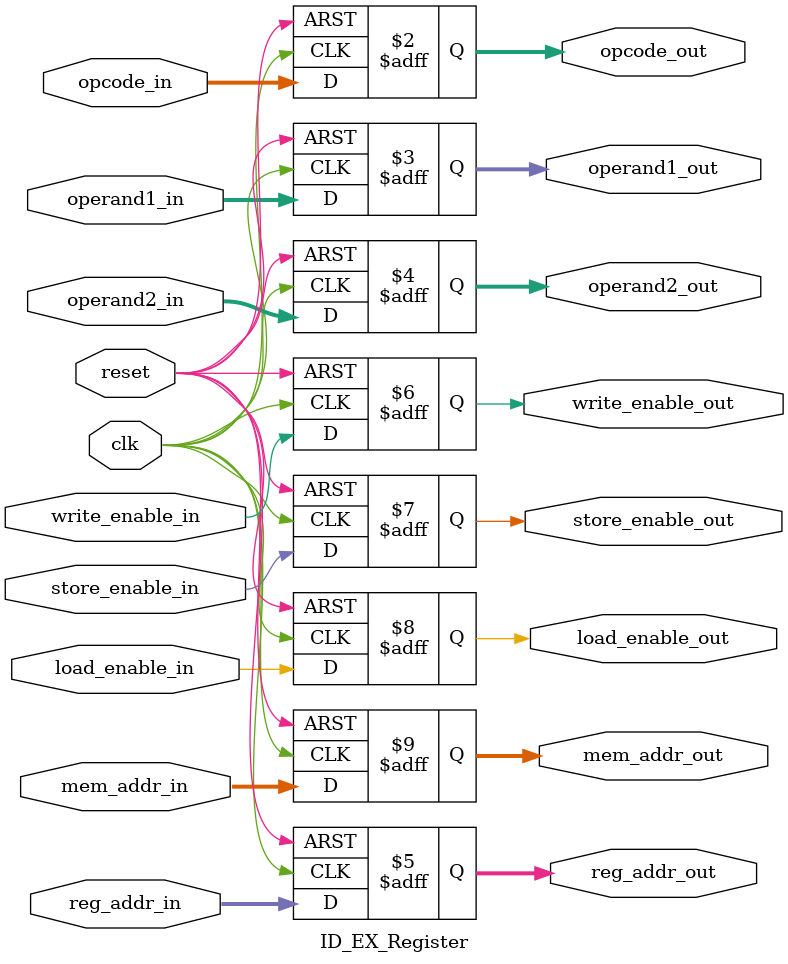
<source format=v>
module ID_EX_Register (
	input clk,                                                    
	input reset, 

	// Inputs from ID
	input [3:0] opcode_in,        				// Opcode 
	input [15:0] operand1_in,   					// Operand 1 
	input [15:0] operand2_in,          			// Operand 2 
	input [3:0] reg_addr_in,             		// Register address 
	input write_enable_in,              		// Write enabled signal
	input store_enable_in,               		// Store enabled signal 
	input load_enable_in,                		// Load enabled signal 
	input [3:0] mem_addr_in,              		// Memory address
	
	// Outputs to EX
	output reg [3:0] opcode_out,        		// Opcode
	output reg [15:0] operand1_out,     		// Operand 1
	output reg [15:0] operand2_out,       		// Operand 2
	output reg [3:0] reg_addr_out,       		// Register address 
	output reg write_enable_out,          		// Write enabled signal
	output reg store_enable_out,          		// Store enabled signal
	output reg load_enable_out,          		// Load enabled signal
	output reg [3:0] mem_addr_out        		// Memory address
);

	always @(posedge clk or posedge reset) begin
		if (reset) begin
			opcode_out <= 4'b0;
			operand1_out <= 16'b0;
			operand2_out <= 16'b0;
			reg_addr_out <= 4'b0000;
			store_enable_out <= 1'b0;
			write_enable_out <= 1'b0;
			mem_addr_out <= 4'b0000;
			load_enable_out <= 1'b0;
		end else begin
			opcode_out <= opcode_in;
			operand1_out <= operand1_in;
			operand2_out <= operand2_in;
			reg_addr_out <= reg_addr_in;
			store_enable_out <= store_enable_in;
			write_enable_out <= write_enable_in;
			mem_addr_out <= mem_addr_in;
			load_enable_out <= load_enable_in;
		end
	end

endmodule

</source>
